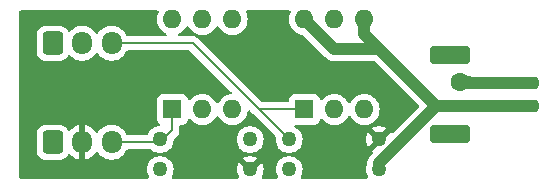
<source format=gbr>
%TF.GenerationSoftware,KiCad,Pcbnew,8.0.2-1*%
%TF.CreationDate,2024-06-03T07:22:45-07:00*%
%TF.ProjectId,H Bridge PCB,48204272-6964-4676-9520-5043422e6b69,rev?*%
%TF.SameCoordinates,Original*%
%TF.FileFunction,Copper,L1,Top*%
%TF.FilePolarity,Positive*%
%FSLAX46Y46*%
G04 Gerber Fmt 4.6, Leading zero omitted, Abs format (unit mm)*
G04 Created by KiCad (PCBNEW 8.0.2-1) date 2024-06-03 07:22:45*
%MOMM*%
%LPD*%
G01*
G04 APERTURE LIST*
G04 Aperture macros list*
%AMRoundRect*
0 Rectangle with rounded corners*
0 $1 Rounding radius*
0 $2 $3 $4 $5 $6 $7 $8 $9 X,Y pos of 4 corners*
0 Add a 4 corners polygon primitive as box body*
4,1,4,$2,$3,$4,$5,$6,$7,$8,$9,$2,$3,0*
0 Add four circle primitives for the rounded corners*
1,1,$1+$1,$2,$3*
1,1,$1+$1,$4,$5*
1,1,$1+$1,$6,$7*
1,1,$1+$1,$8,$9*
0 Add four rect primitives between the rounded corners*
20,1,$1+$1,$2,$3,$4,$5,0*
20,1,$1+$1,$4,$5,$6,$7,0*
20,1,$1+$1,$6,$7,$8,$9,0*
20,1,$1+$1,$8,$9,$2,$3,0*%
G04 Aperture macros list end*
%TA.AperFunction,ComponentPad*%
%ADD10C,1.270000*%
%TD*%
%TA.AperFunction,ComponentPad*%
%ADD11R,1.600000X1.600000*%
%TD*%
%TA.AperFunction,ComponentPad*%
%ADD12O,1.600000X1.600000*%
%TD*%
%TA.AperFunction,ComponentPad*%
%ADD13RoundRect,0.250000X-0.600000X-0.725000X0.600000X-0.725000X0.600000X0.725000X-0.600000X0.725000X0*%
%TD*%
%TA.AperFunction,ComponentPad*%
%ADD14O,1.700000X1.950000*%
%TD*%
%TA.AperFunction,SMDPad,CuDef*%
%ADD15RoundRect,0.250000X-1.500000X0.250000X-1.500000X-0.250000X1.500000X-0.250000X1.500000X0.250000X0*%
%TD*%
%TA.AperFunction,SMDPad,CuDef*%
%ADD16RoundRect,0.250001X-1.449999X0.499999X-1.449999X-0.499999X1.449999X-0.499999X1.449999X0.499999X0*%
%TD*%
%TA.AperFunction,ViaPad*%
%ADD17C,1.600000*%
%TD*%
%TA.AperFunction,Conductor*%
%ADD18C,0.200000*%
%TD*%
%TA.AperFunction,Conductor*%
%ADD19C,1.000000*%
%TD*%
G04 APERTURE END LIST*
D10*
%TO.P,U5,1,A*%
%TO.N,/Sig 1*%
X125730000Y-98806000D03*
%TO.P,U5,2,C*%
%TO.N,GND*%
X125730000Y-101346000D03*
%TO.P,U5,3,3*%
%TO.N,/PWR*%
X133350000Y-101346000D03*
%TO.P,U5,4,4*%
%TO.N,Net-(J3-Pin_1)*%
X133350000Y-98806000D03*
%TD*%
D11*
%TO.P,U4,1*%
%TO.N,/Sig 1*%
X126761000Y-96266000D03*
D12*
%TO.P,U4,2*%
%TO.N,GND*%
X129301000Y-96266000D03*
%TO.P,U4,3*%
%TO.N,unconnected-(U4-Pad3)*%
X131841000Y-96266000D03*
%TO.P,U4,4*%
%TO.N,Net-(J3-Pin_1)*%
X131841000Y-88646000D03*
%TO.P,U4,5*%
%TO.N,GND*%
X129301000Y-88646000D03*
%TO.P,U4,6*%
%TO.N,Net-(J3-Pin_1)*%
X126761000Y-88646000D03*
%TD*%
D13*
%TO.P,J1,1,Pin_1*%
%TO.N,GND*%
X116626000Y-90661000D03*
D14*
%TO.P,J1,2,Pin_2*%
%TO.N,unconnected-(J1-Pin_2-Pad2)*%
X119126000Y-90661000D03*
%TO.P,J1,3,Pin_3*%
%TO.N,/Sig 2*%
X121626000Y-90661000D03*
%TD*%
D13*
%TO.P,J2,1,Pin_1*%
%TO.N,GND*%
X116626000Y-99043000D03*
D14*
%TO.P,J2,2,Pin_2*%
%TO.N,/PWR*%
X119126000Y-99043000D03*
%TO.P,J2,3,Pin_3*%
%TO.N,/Sig 1*%
X121626000Y-99043000D03*
%TD*%
D15*
%TO.P,J3,1,Pin_1*%
%TO.N,Net-(J3-Pin_1)*%
X156012000Y-93996000D03*
%TO.P,J3,2,Pin_2*%
%TO.N,Net-(J3-Pin_2)*%
X156012000Y-95996000D03*
D16*
%TO.P,J3,MP*%
%TO.N,N/C*%
X150262000Y-91646000D03*
X150262000Y-98346000D03*
%TD*%
D11*
%TO.P,U3,1*%
%TO.N,/Sig 2*%
X137937000Y-96256000D03*
D12*
%TO.P,U3,2*%
%TO.N,GND*%
X140477000Y-96256000D03*
%TO.P,U3,3*%
%TO.N,unconnected-(U3-Pad3)*%
X143017000Y-96256000D03*
%TO.P,U3,4*%
%TO.N,Net-(J3-Pin_2)*%
X143017000Y-88636000D03*
%TO.P,U3,5*%
%TO.N,GND*%
X140477000Y-88636000D03*
%TO.P,U3,6*%
%TO.N,Net-(J3-Pin_2)*%
X137937000Y-88636000D03*
%TD*%
D10*
%TO.P,U1,1,A*%
%TO.N,/Sig 2*%
X136652000Y-98806000D03*
%TO.P,U1,2,C*%
%TO.N,GND*%
X136652000Y-101346000D03*
%TO.P,U1,3,3*%
%TO.N,Net-(J3-Pin_2)*%
X144272000Y-101346000D03*
%TO.P,U1,4,4*%
%TO.N,/PWR*%
X144272000Y-98806000D03*
%TD*%
D17*
%TO.N,Net-(J3-Pin_1)*%
X151130000Y-93980000D03*
%TD*%
D18*
%TO.N,/Sig 2*%
X121626000Y-90661000D02*
X128507000Y-90661000D01*
X133731000Y-95885000D02*
X134102000Y-96256000D01*
X133731000Y-95885000D02*
X136652000Y-98806000D01*
X128507000Y-90661000D02*
X133731000Y-95885000D01*
X134102000Y-96256000D02*
X137937000Y-96256000D01*
%TO.N,/Sig 1*%
X126761000Y-98029000D02*
X126761000Y-96510000D01*
X121626000Y-99043000D02*
X125713000Y-99043000D01*
X125713000Y-99043000D02*
X125730000Y-99060000D01*
X125730000Y-99060000D02*
X126761000Y-98029000D01*
D19*
%TO.N,Net-(J3-Pin_2)*%
X143017000Y-89899000D02*
X143017000Y-88636000D01*
X140471000Y-91170000D02*
X137937000Y-88636000D01*
X149114000Y-95996000D02*
X144272000Y-100838000D01*
X149114000Y-95996000D02*
X144288000Y-91170000D01*
X144288000Y-91170000D02*
X140471000Y-91170000D01*
X144288000Y-91170000D02*
X143017000Y-89899000D01*
X156012000Y-95996000D02*
X149114000Y-95996000D01*
X144272000Y-100838000D02*
X144272000Y-101346000D01*
%TO.N,Net-(J3-Pin_1)*%
X151892000Y-93980000D02*
X151908000Y-93996000D01*
X151130000Y-93980000D02*
X151892000Y-93980000D01*
X151908000Y-93996000D02*
X156012000Y-93996000D01*
%TD*%
%TA.AperFunction,Conductor*%
%TO.N,/PWR*%
G36*
X125557279Y-87896185D02*
G01*
X125603034Y-87948989D01*
X125612978Y-88018147D01*
X125602622Y-88052905D01*
X125534261Y-88199502D01*
X125534258Y-88199511D01*
X125475366Y-88419302D01*
X125475364Y-88419313D01*
X125455532Y-88645998D01*
X125455532Y-88646001D01*
X125475364Y-88872686D01*
X125475366Y-88872697D01*
X125534258Y-89092488D01*
X125534261Y-89092497D01*
X125630431Y-89298732D01*
X125630432Y-89298734D01*
X125760954Y-89485141D01*
X125921858Y-89646045D01*
X125936374Y-89656209D01*
X126108266Y-89776568D01*
X126210237Y-89824118D01*
X126262676Y-89870291D01*
X126281828Y-89937484D01*
X126261612Y-90004365D01*
X126208447Y-90049700D01*
X126157832Y-90060500D01*
X122975409Y-90060500D01*
X122908370Y-90040815D01*
X122864924Y-89992795D01*
X122781051Y-89828184D01*
X122781049Y-89828181D01*
X122781048Y-89828179D01*
X122656109Y-89656213D01*
X122505786Y-89505890D01*
X122333820Y-89380951D01*
X122144414Y-89284444D01*
X122144413Y-89284443D01*
X122144412Y-89284443D01*
X121942243Y-89218754D01*
X121942241Y-89218753D01*
X121942240Y-89218753D01*
X121756582Y-89189348D01*
X121732287Y-89185500D01*
X121519713Y-89185500D01*
X121495418Y-89189348D01*
X121309760Y-89218753D01*
X121107585Y-89284444D01*
X120918179Y-89380951D01*
X120746213Y-89505890D01*
X120595894Y-89656209D01*
X120595890Y-89656214D01*
X120476318Y-89820793D01*
X120420989Y-89863459D01*
X120351375Y-89869438D01*
X120289580Y-89836833D01*
X120275682Y-89820793D01*
X120156109Y-89656214D01*
X120156105Y-89656209D01*
X120005786Y-89505890D01*
X119833820Y-89380951D01*
X119644414Y-89284444D01*
X119644413Y-89284443D01*
X119644412Y-89284443D01*
X119442243Y-89218754D01*
X119442241Y-89218753D01*
X119442240Y-89218753D01*
X119256582Y-89189348D01*
X119232287Y-89185500D01*
X119019713Y-89185500D01*
X118995418Y-89189348D01*
X118809760Y-89218753D01*
X118607585Y-89284444D01*
X118418179Y-89380951D01*
X118246215Y-89505889D01*
X118107398Y-89644706D01*
X118046075Y-89678190D01*
X117976383Y-89673206D01*
X117920450Y-89631334D01*
X117914178Y-89622120D01*
X117818712Y-89467344D01*
X117694657Y-89343289D01*
X117694656Y-89343288D01*
X117545334Y-89251186D01*
X117378797Y-89196001D01*
X117378795Y-89196000D01*
X117276010Y-89185500D01*
X115975998Y-89185500D01*
X115975981Y-89185501D01*
X115873203Y-89196000D01*
X115873200Y-89196001D01*
X115706668Y-89251185D01*
X115706663Y-89251187D01*
X115557342Y-89343289D01*
X115433289Y-89467342D01*
X115341187Y-89616663D01*
X115341185Y-89616668D01*
X115336325Y-89631334D01*
X115286001Y-89783203D01*
X115286001Y-89783204D01*
X115286000Y-89783204D01*
X115275500Y-89885983D01*
X115275500Y-91436001D01*
X115275501Y-91436018D01*
X115286000Y-91538796D01*
X115286001Y-91538799D01*
X115331894Y-91677294D01*
X115341186Y-91705334D01*
X115433288Y-91854656D01*
X115557344Y-91978712D01*
X115706666Y-92070814D01*
X115873203Y-92125999D01*
X115975991Y-92136500D01*
X117276008Y-92136499D01*
X117378797Y-92125999D01*
X117545334Y-92070814D01*
X117694656Y-91978712D01*
X117818712Y-91854656D01*
X117910814Y-91705334D01*
X117910814Y-91705331D01*
X117914178Y-91699879D01*
X117966126Y-91653154D01*
X118035088Y-91641931D01*
X118099170Y-91669774D01*
X118107398Y-91677294D01*
X118246213Y-91816109D01*
X118418179Y-91941048D01*
X118418181Y-91941049D01*
X118418184Y-91941051D01*
X118607588Y-92037557D01*
X118809757Y-92103246D01*
X119019713Y-92136500D01*
X119019714Y-92136500D01*
X119232286Y-92136500D01*
X119232287Y-92136500D01*
X119442243Y-92103246D01*
X119644412Y-92037557D01*
X119833816Y-91941051D01*
X119855789Y-91925086D01*
X120005786Y-91816109D01*
X120005788Y-91816106D01*
X120005792Y-91816104D01*
X120156104Y-91665792D01*
X120275683Y-91501204D01*
X120331011Y-91458540D01*
X120400624Y-91452561D01*
X120462420Y-91485166D01*
X120476313Y-91501199D01*
X120578560Y-91641931D01*
X120595896Y-91665792D01*
X120746213Y-91816109D01*
X120918179Y-91941048D01*
X120918181Y-91941049D01*
X120918184Y-91941051D01*
X121107588Y-92037557D01*
X121309757Y-92103246D01*
X121519713Y-92136500D01*
X121519714Y-92136500D01*
X121732286Y-92136500D01*
X121732287Y-92136500D01*
X121942243Y-92103246D01*
X122144412Y-92037557D01*
X122333816Y-91941051D01*
X122355789Y-91925086D01*
X122505786Y-91816109D01*
X122505788Y-91816106D01*
X122505792Y-91816104D01*
X122656104Y-91665792D01*
X122656106Y-91665788D01*
X122656109Y-91665786D01*
X122781048Y-91493820D01*
X122781047Y-91493820D01*
X122781051Y-91493816D01*
X122864924Y-91329204D01*
X122912898Y-91278409D01*
X122975409Y-91261500D01*
X128206903Y-91261500D01*
X128273942Y-91281185D01*
X128294584Y-91297819D01*
X131759907Y-94763143D01*
X131793392Y-94824466D01*
X131788408Y-94894158D01*
X131746536Y-94950091D01*
X131683034Y-94974352D01*
X131614312Y-94980364D01*
X131614302Y-94980366D01*
X131394511Y-95039258D01*
X131394502Y-95039261D01*
X131188267Y-95135431D01*
X131188265Y-95135432D01*
X131001858Y-95265954D01*
X130840954Y-95426858D01*
X130710432Y-95613265D01*
X130710431Y-95613267D01*
X130683382Y-95671275D01*
X130637209Y-95723714D01*
X130570016Y-95742866D01*
X130503135Y-95722650D01*
X130458618Y-95671275D01*
X130451262Y-95655500D01*
X130431568Y-95613266D01*
X130301047Y-95426861D01*
X130301045Y-95426858D01*
X130140141Y-95265954D01*
X129953734Y-95135432D01*
X129953732Y-95135431D01*
X129747497Y-95039261D01*
X129747488Y-95039258D01*
X129527697Y-94980366D01*
X129527693Y-94980365D01*
X129527692Y-94980365D01*
X129527691Y-94980364D01*
X129527686Y-94980364D01*
X129301002Y-94960532D01*
X129300998Y-94960532D01*
X129074313Y-94980364D01*
X129074302Y-94980366D01*
X128854511Y-95039258D01*
X128854502Y-95039261D01*
X128648267Y-95135431D01*
X128648265Y-95135432D01*
X128461858Y-95265954D01*
X128300954Y-95426858D01*
X128283725Y-95451464D01*
X128229147Y-95495088D01*
X128159648Y-95502280D01*
X128097294Y-95470757D01*
X128061882Y-95410526D01*
X128058861Y-95393591D01*
X128055091Y-95358516D01*
X128004797Y-95223671D01*
X128004793Y-95223664D01*
X127918547Y-95108455D01*
X127918544Y-95108452D01*
X127803335Y-95022206D01*
X127803328Y-95022202D01*
X127668482Y-94971908D01*
X127668483Y-94971908D01*
X127608883Y-94965501D01*
X127608881Y-94965500D01*
X127608873Y-94965500D01*
X127608864Y-94965500D01*
X125913129Y-94965500D01*
X125913123Y-94965501D01*
X125853516Y-94971908D01*
X125718671Y-95022202D01*
X125718664Y-95022206D01*
X125603455Y-95108452D01*
X125603452Y-95108455D01*
X125517206Y-95223664D01*
X125517202Y-95223671D01*
X125466908Y-95358517D01*
X125460501Y-95418116D01*
X125460500Y-95418135D01*
X125460500Y-97113870D01*
X125460501Y-97113876D01*
X125466908Y-97173483D01*
X125517202Y-97308328D01*
X125517206Y-97308335D01*
X125583258Y-97396568D01*
X125603454Y-97423546D01*
X125645588Y-97455087D01*
X125687458Y-97511020D01*
X125692442Y-97580712D01*
X125658957Y-97642035D01*
X125597633Y-97675519D01*
X125594062Y-97676242D01*
X125521599Y-97689787D01*
X125417924Y-97709168D01*
X125417922Y-97709168D01*
X125417920Y-97709169D01*
X125221698Y-97785185D01*
X125221692Y-97785188D01*
X125042778Y-97895967D01*
X125042776Y-97895969D01*
X124887261Y-98037739D01*
X124760440Y-98205676D01*
X124676740Y-98373771D01*
X124629237Y-98425009D01*
X124565740Y-98442500D01*
X122975409Y-98442500D01*
X122908370Y-98422815D01*
X122864924Y-98374795D01*
X122781051Y-98210184D01*
X122781049Y-98210181D01*
X122781048Y-98210179D01*
X122656109Y-98038213D01*
X122505786Y-97887890D01*
X122333820Y-97762951D01*
X122144414Y-97666444D01*
X122144413Y-97666443D01*
X122144412Y-97666443D01*
X121942243Y-97600754D01*
X121942241Y-97600753D01*
X121942240Y-97600753D01*
X121766122Y-97572859D01*
X121732287Y-97567500D01*
X121519713Y-97567500D01*
X121485878Y-97572859D01*
X121309760Y-97600753D01*
X121107585Y-97666444D01*
X120918179Y-97762951D01*
X120746213Y-97887890D01*
X120595894Y-98038209D01*
X120595890Y-98038214D01*
X120476008Y-98203218D01*
X120420678Y-98245884D01*
X120351065Y-98251863D01*
X120289270Y-98219257D01*
X120275372Y-98203218D01*
X120155727Y-98038540D01*
X120155723Y-98038535D01*
X120005464Y-97888276D01*
X120005459Y-97888272D01*
X119833557Y-97763379D01*
X119644215Y-97666903D01*
X119442124Y-97601241D01*
X119376000Y-97590768D01*
X119376000Y-98638854D01*
X119309343Y-98600370D01*
X119188535Y-98568000D01*
X119063465Y-98568000D01*
X118942657Y-98600370D01*
X118876000Y-98638854D01*
X118876000Y-97590768D01*
X118875999Y-97590768D01*
X118809875Y-97601241D01*
X118607784Y-97666903D01*
X118418442Y-97763379D01*
X118246541Y-97888271D01*
X118107668Y-98027144D01*
X118046345Y-98060628D01*
X117976653Y-98055644D01*
X117920720Y-98013772D01*
X117914448Y-98004558D01*
X117880761Y-97949943D01*
X117818712Y-97849344D01*
X117694656Y-97725288D01*
X117596777Y-97664916D01*
X117545336Y-97633187D01*
X117545331Y-97633185D01*
X117515983Y-97623460D01*
X117378797Y-97578001D01*
X117378795Y-97578000D01*
X117276010Y-97567500D01*
X115975998Y-97567500D01*
X115975981Y-97567501D01*
X115873203Y-97578000D01*
X115873200Y-97578001D01*
X115706668Y-97633185D01*
X115706663Y-97633187D01*
X115557342Y-97725289D01*
X115433289Y-97849342D01*
X115341187Y-97998663D01*
X115341185Y-97998668D01*
X115336180Y-98013772D01*
X115286001Y-98165203D01*
X115286001Y-98165204D01*
X115286000Y-98165204D01*
X115275500Y-98267983D01*
X115275500Y-99818001D01*
X115275501Y-99818018D01*
X115286000Y-99920796D01*
X115286001Y-99920799D01*
X115320031Y-100023493D01*
X115341186Y-100087334D01*
X115433288Y-100236656D01*
X115557344Y-100360712D01*
X115706666Y-100452814D01*
X115873203Y-100507999D01*
X115975991Y-100518500D01*
X117276008Y-100518499D01*
X117276038Y-100518496D01*
X117293895Y-100516671D01*
X117378797Y-100507999D01*
X117545334Y-100452814D01*
X117694656Y-100360712D01*
X117818712Y-100236656D01*
X117910814Y-100087334D01*
X117910814Y-100087331D01*
X117914448Y-100081441D01*
X117966395Y-100034716D01*
X118035358Y-100023493D01*
X118099440Y-100051336D01*
X118107668Y-100058856D01*
X118246535Y-100197723D01*
X118246540Y-100197727D01*
X118418442Y-100322620D01*
X118607782Y-100419095D01*
X118809871Y-100484757D01*
X118876000Y-100495231D01*
X118876000Y-99447145D01*
X118942657Y-99485630D01*
X119063465Y-99518000D01*
X119188535Y-99518000D01*
X119309343Y-99485630D01*
X119376000Y-99447145D01*
X119376000Y-100495230D01*
X119442126Y-100484757D01*
X119442129Y-100484757D01*
X119644217Y-100419095D01*
X119833557Y-100322620D01*
X120005459Y-100197727D01*
X120005464Y-100197723D01*
X120155721Y-100047466D01*
X120275371Y-99882781D01*
X120330701Y-99840115D01*
X120400314Y-99834136D01*
X120462110Y-99866741D01*
X120476008Y-99882781D01*
X120595890Y-100047785D01*
X120595894Y-100047790D01*
X120746213Y-100198109D01*
X120918179Y-100323048D01*
X120918181Y-100323049D01*
X120918184Y-100323051D01*
X121107588Y-100419557D01*
X121309757Y-100485246D01*
X121519713Y-100518500D01*
X121519714Y-100518500D01*
X121732286Y-100518500D01*
X121732287Y-100518500D01*
X121942243Y-100485246D01*
X122144412Y-100419557D01*
X122333816Y-100323051D01*
X122355789Y-100307086D01*
X122505786Y-100198109D01*
X122505788Y-100198106D01*
X122505792Y-100198104D01*
X122656104Y-100047792D01*
X122656106Y-100047788D01*
X122656109Y-100047786D01*
X122781048Y-99875820D01*
X122781047Y-99875820D01*
X122781051Y-99875816D01*
X122864924Y-99711204D01*
X122912898Y-99660409D01*
X122975409Y-99643500D01*
X124915177Y-99643500D01*
X124982216Y-99663185D01*
X124998712Y-99675861D01*
X125042777Y-99716031D01*
X125042779Y-99716032D01*
X125042785Y-99716036D01*
X125221692Y-99826811D01*
X125221698Y-99826814D01*
X125240599Y-99834136D01*
X125417924Y-99902832D01*
X125624780Y-99941500D01*
X125624782Y-99941500D01*
X125835218Y-99941500D01*
X125835220Y-99941500D01*
X126042076Y-99902832D01*
X126238304Y-99826813D01*
X126417223Y-99716031D01*
X126572740Y-99574259D01*
X126699558Y-99406325D01*
X126793359Y-99217947D01*
X126850948Y-99015542D01*
X126870026Y-98809656D01*
X126871478Y-98805999D01*
X132209635Y-98805999D01*
X132209635Y-98806000D01*
X132229051Y-99015537D01*
X132229051Y-99015539D01*
X132229052Y-99015542D01*
X132286641Y-99217947D01*
X132286642Y-99217950D01*
X132380311Y-99406062D01*
X132380442Y-99406325D01*
X132440330Y-99485630D01*
X132507261Y-99574260D01*
X132662776Y-99716030D01*
X132662778Y-99716032D01*
X132841692Y-99826811D01*
X132841698Y-99826814D01*
X132860599Y-99834136D01*
X133037924Y-99902832D01*
X133244780Y-99941500D01*
X133244782Y-99941500D01*
X133455218Y-99941500D01*
X133455220Y-99941500D01*
X133662076Y-99902832D01*
X133858304Y-99826813D01*
X134037223Y-99716031D01*
X134192740Y-99574259D01*
X134319558Y-99406325D01*
X134413359Y-99217947D01*
X134470948Y-99015542D01*
X134490365Y-98806000D01*
X134470948Y-98596458D01*
X134413359Y-98394053D01*
X134319558Y-98205675D01*
X134192740Y-98037741D01*
X134037223Y-97895969D01*
X134037221Y-97895967D01*
X133858307Y-97785188D01*
X133858301Y-97785185D01*
X133703648Y-97725273D01*
X133662076Y-97709168D01*
X133455220Y-97670500D01*
X133244780Y-97670500D01*
X133037924Y-97709168D01*
X133037921Y-97709168D01*
X133037921Y-97709169D01*
X132841698Y-97785185D01*
X132841692Y-97785188D01*
X132662778Y-97895967D01*
X132662776Y-97895969D01*
X132507261Y-98037739D01*
X132380442Y-98205674D01*
X132286642Y-98394049D01*
X132229051Y-98596462D01*
X132209635Y-98805999D01*
X126871478Y-98805999D01*
X126895812Y-98744720D01*
X126905808Y-98733425D01*
X127129713Y-98509521D01*
X127129716Y-98509520D01*
X127241520Y-98397716D01*
X127291639Y-98310904D01*
X127320577Y-98260785D01*
X127361500Y-98108057D01*
X127361500Y-97949943D01*
X127361500Y-97690499D01*
X127381185Y-97623460D01*
X127433989Y-97577705D01*
X127485500Y-97566499D01*
X127608871Y-97566499D01*
X127608872Y-97566499D01*
X127668483Y-97560091D01*
X127803331Y-97509796D01*
X127918546Y-97423546D01*
X128004796Y-97308331D01*
X128055091Y-97173483D01*
X128058862Y-97138401D01*
X128085599Y-97073855D01*
X128142990Y-97034006D01*
X128212816Y-97031511D01*
X128272905Y-97067163D01*
X128283725Y-97080535D01*
X128293952Y-97095141D01*
X128300956Y-97105143D01*
X128461858Y-97266045D01*
X128461861Y-97266047D01*
X128648266Y-97396568D01*
X128854504Y-97492739D01*
X129074308Y-97551635D01*
X129236230Y-97565801D01*
X129300998Y-97571468D01*
X129301000Y-97571468D01*
X129301002Y-97571468D01*
X129357807Y-97566498D01*
X129527692Y-97551635D01*
X129747496Y-97492739D01*
X129953734Y-97396568D01*
X130140139Y-97266047D01*
X130301047Y-97105139D01*
X130431568Y-96918734D01*
X130458618Y-96860724D01*
X130504790Y-96808285D01*
X130571983Y-96789133D01*
X130638865Y-96809348D01*
X130683382Y-96860725D01*
X130710429Y-96918728D01*
X130710432Y-96918734D01*
X130840954Y-97105141D01*
X131001858Y-97266045D01*
X131001861Y-97266047D01*
X131188266Y-97396568D01*
X131394504Y-97492739D01*
X131614308Y-97551635D01*
X131776230Y-97565801D01*
X131840998Y-97571468D01*
X131841000Y-97571468D01*
X131841002Y-97571468D01*
X131897807Y-97566498D01*
X132067692Y-97551635D01*
X132287496Y-97492739D01*
X132493734Y-97396568D01*
X132680139Y-97266047D01*
X132841047Y-97105139D01*
X132971568Y-96918734D01*
X133067739Y-96712496D01*
X133126635Y-96492692D01*
X133132647Y-96423964D01*
X133158099Y-96358898D01*
X133214689Y-96317919D01*
X133284451Y-96314040D01*
X133343856Y-96347092D01*
X133369349Y-96372585D01*
X133369355Y-96372590D01*
X133617139Y-96620374D01*
X133617149Y-96620385D01*
X133621479Y-96624715D01*
X133621480Y-96624716D01*
X133733284Y-96736520D01*
X133733285Y-96736520D01*
X133740352Y-96743587D01*
X133740351Y-96743587D01*
X133740355Y-96743590D01*
X135495163Y-98498398D01*
X135528648Y-98559721D01*
X135530953Y-98597520D01*
X135511635Y-98805999D01*
X135511635Y-98806000D01*
X135531051Y-99015537D01*
X135531051Y-99015539D01*
X135531052Y-99015542D01*
X135588641Y-99217947D01*
X135588642Y-99217950D01*
X135682311Y-99406062D01*
X135682442Y-99406325D01*
X135742330Y-99485630D01*
X135809261Y-99574260D01*
X135964776Y-99716030D01*
X135964778Y-99716032D01*
X136143692Y-99826811D01*
X136143698Y-99826814D01*
X136162599Y-99834136D01*
X136339924Y-99902832D01*
X136546780Y-99941500D01*
X136546782Y-99941500D01*
X136757218Y-99941500D01*
X136757220Y-99941500D01*
X136964076Y-99902832D01*
X137160304Y-99826813D01*
X137339223Y-99716031D01*
X137494740Y-99574259D01*
X137621558Y-99406325D01*
X137715359Y-99217947D01*
X137772948Y-99015542D01*
X137792365Y-98806000D01*
X137772948Y-98596458D01*
X137715359Y-98394053D01*
X137621558Y-98205675D01*
X137494740Y-98037741D01*
X137339223Y-97895969D01*
X137161498Y-97785926D01*
X137114863Y-97733898D01*
X137103759Y-97664916D01*
X137131712Y-97600882D01*
X137189848Y-97562125D01*
X137226769Y-97556499D01*
X138784872Y-97556499D01*
X138844483Y-97550091D01*
X138979331Y-97499796D01*
X139094546Y-97413546D01*
X139180796Y-97298331D01*
X139231091Y-97163483D01*
X139234862Y-97128401D01*
X139261599Y-97063855D01*
X139318990Y-97024006D01*
X139388816Y-97021511D01*
X139448905Y-97057163D01*
X139459726Y-97070536D01*
X139476956Y-97095143D01*
X139637858Y-97256045D01*
X139637861Y-97256047D01*
X139824266Y-97386568D01*
X140030504Y-97482739D01*
X140250308Y-97541635D01*
X140412230Y-97555801D01*
X140476998Y-97561468D01*
X140477000Y-97561468D01*
X140477002Y-97561468D01*
X140533807Y-97556498D01*
X140703692Y-97541635D01*
X140923496Y-97482739D01*
X141129734Y-97386568D01*
X141316139Y-97256047D01*
X141477047Y-97095139D01*
X141607568Y-96908734D01*
X141634618Y-96850724D01*
X141680790Y-96798285D01*
X141747983Y-96779133D01*
X141814865Y-96799348D01*
X141859382Y-96850725D01*
X141886429Y-96908728D01*
X141886432Y-96908734D01*
X142016954Y-97095141D01*
X142177858Y-97256045D01*
X142177861Y-97256047D01*
X142364266Y-97386568D01*
X142570504Y-97482739D01*
X142790308Y-97541635D01*
X142952230Y-97555801D01*
X143016998Y-97561468D01*
X143017000Y-97561468D01*
X143017002Y-97561468D01*
X143073807Y-97556498D01*
X143243692Y-97541635D01*
X143463496Y-97482739D01*
X143669734Y-97386568D01*
X143856139Y-97256047D01*
X144017047Y-97095139D01*
X144147568Y-96908734D01*
X144243739Y-96702496D01*
X144302635Y-96482692D01*
X144322468Y-96256000D01*
X144302635Y-96029308D01*
X144256501Y-95857131D01*
X144243741Y-95809511D01*
X144243738Y-95809502D01*
X144171925Y-95655500D01*
X144147568Y-95603266D01*
X144024047Y-95426858D01*
X144017045Y-95416858D01*
X143856141Y-95255954D01*
X143669734Y-95125432D01*
X143669732Y-95125431D01*
X143463497Y-95029261D01*
X143463488Y-95029258D01*
X143243697Y-94970366D01*
X143243693Y-94970365D01*
X143243692Y-94970365D01*
X143243691Y-94970364D01*
X143243686Y-94970364D01*
X143017002Y-94950532D01*
X143016998Y-94950532D01*
X142790313Y-94970364D01*
X142790302Y-94970366D01*
X142570511Y-95029258D01*
X142570502Y-95029261D01*
X142364267Y-95125431D01*
X142364265Y-95125432D01*
X142177858Y-95255954D01*
X142016954Y-95416858D01*
X141886432Y-95603265D01*
X141886431Y-95603267D01*
X141859382Y-95661275D01*
X141813209Y-95713714D01*
X141746016Y-95732866D01*
X141679135Y-95712650D01*
X141634618Y-95661275D01*
X141614989Y-95619181D01*
X141607568Y-95603266D01*
X141484047Y-95426858D01*
X141477045Y-95416858D01*
X141316141Y-95255954D01*
X141129734Y-95125432D01*
X141129732Y-95125431D01*
X140923497Y-95029261D01*
X140923488Y-95029258D01*
X140703697Y-94970366D01*
X140703693Y-94970365D01*
X140703692Y-94970365D01*
X140703691Y-94970364D01*
X140703686Y-94970364D01*
X140477002Y-94950532D01*
X140476998Y-94950532D01*
X140250313Y-94970364D01*
X140250302Y-94970366D01*
X140030511Y-95029258D01*
X140030502Y-95029261D01*
X139824267Y-95125431D01*
X139824265Y-95125432D01*
X139637858Y-95255954D01*
X139476954Y-95416858D01*
X139459725Y-95441464D01*
X139405147Y-95485088D01*
X139335648Y-95492280D01*
X139273294Y-95460757D01*
X139237882Y-95400526D01*
X139234861Y-95383591D01*
X139231091Y-95348516D01*
X139180797Y-95213671D01*
X139180793Y-95213664D01*
X139094547Y-95098455D01*
X139094544Y-95098452D01*
X138979335Y-95012206D01*
X138979328Y-95012202D01*
X138844482Y-94961908D01*
X138844483Y-94961908D01*
X138784883Y-94955501D01*
X138784881Y-94955500D01*
X138784873Y-94955500D01*
X138784864Y-94955500D01*
X137089129Y-94955500D01*
X137089123Y-94955501D01*
X137029516Y-94961908D01*
X136894671Y-95012202D01*
X136894664Y-95012206D01*
X136779455Y-95098452D01*
X136779452Y-95098455D01*
X136693206Y-95213664D01*
X136693202Y-95213671D01*
X136642908Y-95348517D01*
X136636501Y-95408116D01*
X136636500Y-95408135D01*
X136636500Y-95531500D01*
X136616815Y-95598539D01*
X136564011Y-95644294D01*
X136512500Y-95655500D01*
X134402097Y-95655500D01*
X134335058Y-95635815D01*
X134314416Y-95619181D01*
X134218590Y-95523355D01*
X134218588Y-95523352D01*
X128994590Y-90299355D01*
X128994588Y-90299352D01*
X128875717Y-90180481D01*
X128875716Y-90180480D01*
X128788904Y-90130360D01*
X128788904Y-90130359D01*
X128788900Y-90130358D01*
X128738785Y-90101423D01*
X128586057Y-90060499D01*
X128427943Y-90060499D01*
X128420347Y-90060499D01*
X128420331Y-90060500D01*
X127364168Y-90060500D01*
X127297129Y-90040815D01*
X127251374Y-89988011D01*
X127241430Y-89918853D01*
X127270455Y-89855297D01*
X127311763Y-89824118D01*
X127413734Y-89776568D01*
X127600139Y-89646047D01*
X127761047Y-89485139D01*
X127891568Y-89298734D01*
X127918618Y-89240724D01*
X127964790Y-89188285D01*
X128031983Y-89169133D01*
X128098865Y-89189348D01*
X128143381Y-89240724D01*
X128148260Y-89251186D01*
X128170429Y-89298728D01*
X128170432Y-89298734D01*
X128300954Y-89485141D01*
X128461858Y-89646045D01*
X128476374Y-89656209D01*
X128648266Y-89776568D01*
X128854504Y-89872739D01*
X129074308Y-89931635D01*
X129236230Y-89945801D01*
X129300998Y-89951468D01*
X129301000Y-89951468D01*
X129301002Y-89951468D01*
X129357673Y-89946509D01*
X129527692Y-89931635D01*
X129747496Y-89872739D01*
X129953734Y-89776568D01*
X130140139Y-89646047D01*
X130301047Y-89485139D01*
X130431568Y-89298734D01*
X130458618Y-89240724D01*
X130504790Y-89188285D01*
X130571983Y-89169133D01*
X130638865Y-89189348D01*
X130683381Y-89240724D01*
X130688260Y-89251186D01*
X130710429Y-89298728D01*
X130710432Y-89298734D01*
X130840954Y-89485141D01*
X131001858Y-89646045D01*
X131016374Y-89656209D01*
X131188266Y-89776568D01*
X131394504Y-89872739D01*
X131614308Y-89931635D01*
X131776230Y-89945801D01*
X131840998Y-89951468D01*
X131841000Y-89951468D01*
X131841002Y-89951468D01*
X131897673Y-89946509D01*
X132067692Y-89931635D01*
X132287496Y-89872739D01*
X132493734Y-89776568D01*
X132680139Y-89646047D01*
X132841047Y-89485139D01*
X132971568Y-89298734D01*
X133067739Y-89092496D01*
X133126635Y-88872692D01*
X133146468Y-88646000D01*
X133126635Y-88419308D01*
X133067739Y-88199504D01*
X132999377Y-88052904D01*
X132988886Y-87983828D01*
X133017406Y-87920044D01*
X133075882Y-87881804D01*
X133111760Y-87876500D01*
X136661577Y-87876500D01*
X136728616Y-87896185D01*
X136774371Y-87948989D01*
X136784315Y-88018147D01*
X136773959Y-88052905D01*
X136710261Y-88189502D01*
X136710258Y-88189511D01*
X136651366Y-88409302D01*
X136651364Y-88409313D01*
X136631532Y-88635998D01*
X136631532Y-88636001D01*
X136651364Y-88862686D01*
X136651366Y-88862697D01*
X136710258Y-89082488D01*
X136710261Y-89082497D01*
X136806431Y-89288732D01*
X136806432Y-89288734D01*
X136936954Y-89475141D01*
X137097858Y-89636045D01*
X137097861Y-89636047D01*
X137284266Y-89766568D01*
X137490504Y-89862739D01*
X137490509Y-89862740D01*
X137490511Y-89862741D01*
X137527821Y-89872738D01*
X137710308Y-89921635D01*
X137772094Y-89927040D01*
X137837161Y-89952492D01*
X137848967Y-89962887D01*
X139690735Y-91804655D01*
X139690764Y-91804686D01*
X139833214Y-91947136D01*
X139833218Y-91947139D01*
X139997079Y-92056628D01*
X139997086Y-92056632D01*
X140109623Y-92103246D01*
X140179164Y-92132051D01*
X140201526Y-92136499D01*
X140244259Y-92144999D01*
X140372456Y-92170500D01*
X140372459Y-92170500D01*
X140372460Y-92170500D01*
X140569540Y-92170500D01*
X143822218Y-92170500D01*
X143889257Y-92190185D01*
X143909899Y-92206819D01*
X147611397Y-95908318D01*
X147644882Y-95969641D01*
X147639898Y-96039333D01*
X147611397Y-96083680D01*
X145445434Y-98249643D01*
X145384111Y-98283128D01*
X145314419Y-98278144D01*
X145258486Y-98236272D01*
X145246751Y-98217230D01*
X145241129Y-98205939D01*
X145241128Y-98205937D01*
X145234453Y-98197099D01*
X145234452Y-98197098D01*
X144653000Y-98778551D01*
X144653000Y-98755840D01*
X144627036Y-98658939D01*
X144576876Y-98572060D01*
X144505940Y-98501124D01*
X144419061Y-98450964D01*
X144322160Y-98425000D01*
X144299448Y-98425000D01*
X144878111Y-97846335D01*
X144878110Y-97846334D01*
X144780083Y-97785638D01*
X144780077Y-97785636D01*
X144583936Y-97709651D01*
X144377171Y-97671000D01*
X144166829Y-97671000D01*
X143960064Y-97709651D01*
X143960063Y-97709651D01*
X143763923Y-97785635D01*
X143665887Y-97846335D01*
X144244553Y-98425000D01*
X144221840Y-98425000D01*
X144124939Y-98450964D01*
X144038060Y-98501124D01*
X143967124Y-98572060D01*
X143916964Y-98658939D01*
X143891000Y-98755840D01*
X143891000Y-98778552D01*
X143309546Y-98197098D01*
X143309545Y-98197099D01*
X143302870Y-98205939D01*
X143209111Y-98394230D01*
X143151545Y-98596555D01*
X143132138Y-98805999D01*
X143132138Y-98806000D01*
X143151545Y-99015444D01*
X143209111Y-99217769D01*
X143302871Y-99406062D01*
X143309545Y-99414899D01*
X143891000Y-98833446D01*
X143891000Y-98856160D01*
X143916964Y-98953061D01*
X143967124Y-99039940D01*
X144038060Y-99110876D01*
X144124939Y-99161036D01*
X144221840Y-99187000D01*
X144244553Y-99187000D01*
X143665887Y-99765663D01*
X143695542Y-99784025D01*
X143742177Y-99836053D01*
X143753281Y-99905035D01*
X143725328Y-99969069D01*
X143717946Y-99977133D01*
X143634221Y-100060858D01*
X143634218Y-100060861D01*
X143564538Y-100130540D01*
X143494859Y-100200219D01*
X143385371Y-100364079D01*
X143385366Y-100364088D01*
X143335181Y-100485245D01*
X143335182Y-100485246D01*
X143321410Y-100518496D01*
X143321409Y-100518498D01*
X143309950Y-100546161D01*
X143309947Y-100546169D01*
X143271500Y-100739456D01*
X143271500Y-100778650D01*
X143258500Y-100833921D01*
X143208644Y-100934044D01*
X143208640Y-100934054D01*
X143151051Y-101136462D01*
X143131635Y-101345999D01*
X143131635Y-101346000D01*
X143151051Y-101555537D01*
X143151051Y-101555539D01*
X143151052Y-101555542D01*
X143208641Y-101757947D01*
X143208642Y-101757950D01*
X143297414Y-101936228D01*
X143309675Y-102005014D01*
X143282802Y-102069509D01*
X143225326Y-102109236D01*
X143186414Y-102115500D01*
X137737586Y-102115500D01*
X137670547Y-102095815D01*
X137624792Y-102043011D01*
X137614848Y-101973853D01*
X137626586Y-101936228D01*
X137659389Y-101870349D01*
X137715359Y-101757947D01*
X137772948Y-101555542D01*
X137792365Y-101346000D01*
X137772948Y-101136458D01*
X137715359Y-100934053D01*
X137621558Y-100745675D01*
X137494740Y-100577741D01*
X137429755Y-100518500D01*
X137339223Y-100435969D01*
X137339221Y-100435967D01*
X137160307Y-100325188D01*
X137160301Y-100325185D01*
X137005648Y-100265273D01*
X136964076Y-100249168D01*
X136757220Y-100210500D01*
X136546780Y-100210500D01*
X136339924Y-100249168D01*
X136339921Y-100249168D01*
X136339921Y-100249169D01*
X136143698Y-100325185D01*
X136143692Y-100325188D01*
X135964778Y-100435967D01*
X135964776Y-100435969D01*
X135809261Y-100577739D01*
X135682442Y-100745674D01*
X135588642Y-100934049D01*
X135531051Y-101136462D01*
X135511635Y-101345999D01*
X135511635Y-101346000D01*
X135531051Y-101555537D01*
X135531051Y-101555539D01*
X135531052Y-101555542D01*
X135588641Y-101757947D01*
X135588642Y-101757950D01*
X135677414Y-101936228D01*
X135689675Y-102005014D01*
X135662802Y-102069509D01*
X135605326Y-102109236D01*
X135566414Y-102115500D01*
X134435026Y-102115500D01*
X134367987Y-102095815D01*
X134322232Y-102043011D01*
X134312288Y-101973853D01*
X134324026Y-101936228D01*
X134412888Y-101757769D01*
X134470454Y-101555444D01*
X134489862Y-101346000D01*
X134489862Y-101345999D01*
X134470454Y-101136555D01*
X134412888Y-100934230D01*
X134319130Y-100745941D01*
X134319128Y-100745937D01*
X134312453Y-100737099D01*
X134312452Y-100737098D01*
X133731000Y-101318550D01*
X133731000Y-101295840D01*
X133705036Y-101198939D01*
X133654876Y-101112060D01*
X133583940Y-101041124D01*
X133497061Y-100990964D01*
X133400160Y-100965000D01*
X133377448Y-100965000D01*
X133956111Y-100386335D01*
X133956110Y-100386334D01*
X133858083Y-100325638D01*
X133858077Y-100325636D01*
X133661936Y-100249651D01*
X133455171Y-100211000D01*
X133244829Y-100211000D01*
X133038064Y-100249651D01*
X133038063Y-100249651D01*
X132841923Y-100325635D01*
X132743887Y-100386335D01*
X133322553Y-100965000D01*
X133299840Y-100965000D01*
X133202939Y-100990964D01*
X133116060Y-101041124D01*
X133045124Y-101112060D01*
X132994964Y-101198939D01*
X132969000Y-101295840D01*
X132969000Y-101318553D01*
X132387546Y-100737099D01*
X132387545Y-100737099D01*
X132380870Y-100745939D01*
X132287111Y-100934230D01*
X132229545Y-101136555D01*
X132210138Y-101345999D01*
X132210138Y-101346000D01*
X132229545Y-101555444D01*
X132287111Y-101757769D01*
X132375974Y-101936228D01*
X132388235Y-102005013D01*
X132361362Y-102069508D01*
X132303887Y-102109236D01*
X132264974Y-102115500D01*
X126815586Y-102115500D01*
X126748547Y-102095815D01*
X126702792Y-102043011D01*
X126692848Y-101973853D01*
X126704586Y-101936228D01*
X126737389Y-101870349D01*
X126793359Y-101757947D01*
X126850948Y-101555542D01*
X126870365Y-101346000D01*
X126850948Y-101136458D01*
X126793359Y-100934053D01*
X126699558Y-100745675D01*
X126572740Y-100577741D01*
X126507755Y-100518500D01*
X126417223Y-100435969D01*
X126417221Y-100435967D01*
X126238307Y-100325188D01*
X126238301Y-100325185D01*
X126083648Y-100265273D01*
X126042076Y-100249168D01*
X125835220Y-100210500D01*
X125624780Y-100210500D01*
X125417924Y-100249168D01*
X125417921Y-100249168D01*
X125417921Y-100249169D01*
X125221698Y-100325185D01*
X125221692Y-100325188D01*
X125042778Y-100435967D01*
X125042776Y-100435969D01*
X124887261Y-100577739D01*
X124760442Y-100745674D01*
X124666642Y-100934049D01*
X124609051Y-101136462D01*
X124589635Y-101345999D01*
X124589635Y-101346000D01*
X124609051Y-101555537D01*
X124609051Y-101555539D01*
X124609052Y-101555542D01*
X124666641Y-101757947D01*
X124666642Y-101757950D01*
X124755414Y-101936228D01*
X124767675Y-102005014D01*
X124740802Y-102069509D01*
X124683326Y-102109236D01*
X124644414Y-102115500D01*
X113908500Y-102115500D01*
X113841461Y-102095815D01*
X113795706Y-102043011D01*
X113784500Y-101991500D01*
X113784500Y-88000500D01*
X113804185Y-87933461D01*
X113856989Y-87887706D01*
X113908500Y-87876500D01*
X125490240Y-87876500D01*
X125557279Y-87896185D01*
G37*
%TD.AperFunction*%
%TD*%
M02*

</source>
